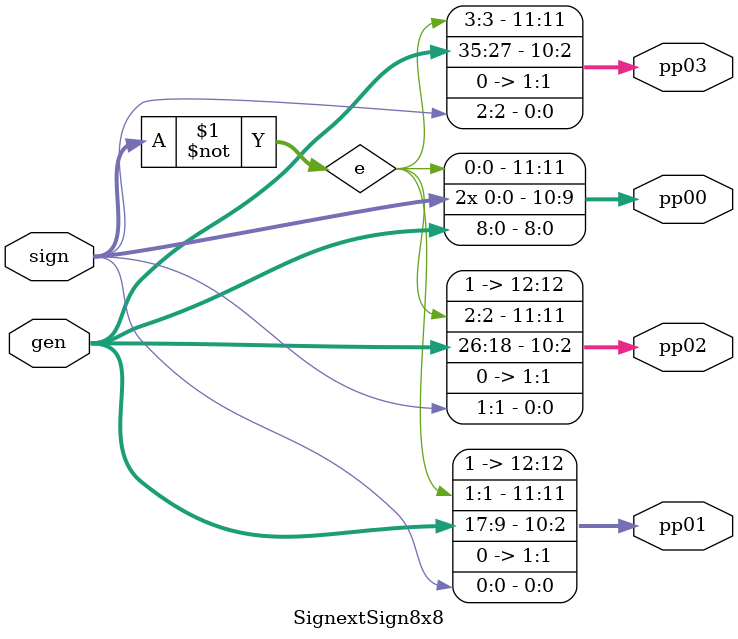
<source format=v>
module SignextSign8x8(input wire[35:0]  gen,
                      input wire[3:0]   sign,
                      output wire[11:0] pp00,pp03,
                      output wire[12:0] pp01,pp02);

    wire[3:0] e;

    assign e = ~sign;

    assign pp00 = {e[0],sign[0],sign[0],gen[8:0]};
    assign pp01 = {1'b1,e[1],gen[17:9],1'b0,sign[0]};
    assign pp02 = {1'b1,e[2],gen[26:18],1'b0,sign[1]};
    assign pp03 = {e[3],gen[35:27],1'b0,sign[2]};

endmodule
</source>
